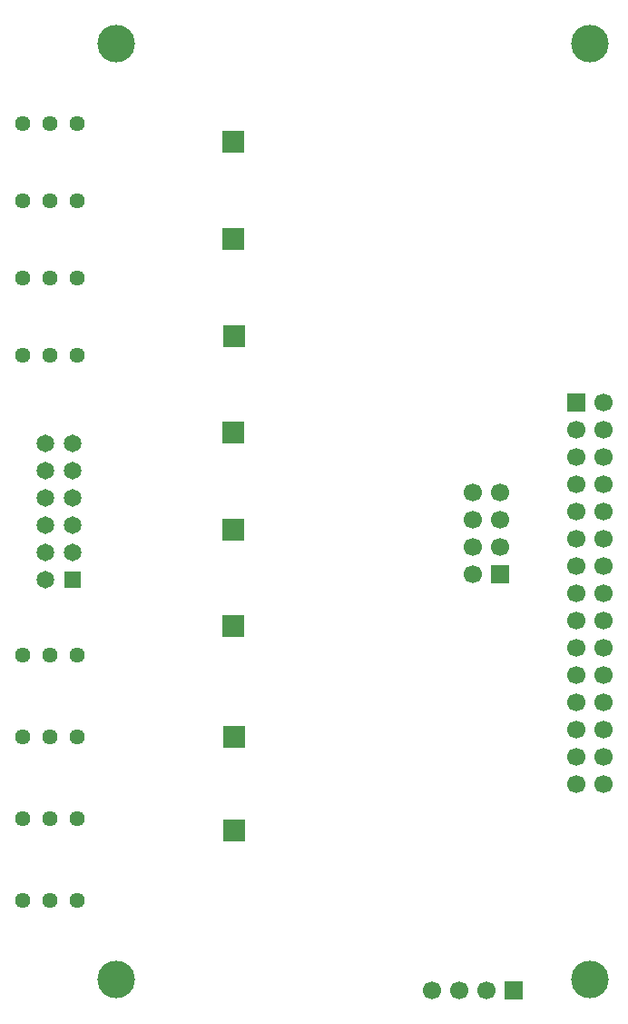
<source format=gbr>
%TF.GenerationSoftware,KiCad,Pcbnew,9.0.2*%
%TF.CreationDate,2025-07-04T16:32:19+10:00*%
%TF.ProjectId,v9_equip_analog_IDC,76395f65-7175-4697-905f-616e616c6f67,rev?*%
%TF.SameCoordinates,Original*%
%TF.FileFunction,Soldermask,Bot*%
%TF.FilePolarity,Negative*%
%FSLAX46Y46*%
G04 Gerber Fmt 4.6, Leading zero omitted, Abs format (unit mm)*
G04 Created by KiCad (PCBNEW 9.0.2) date 2025-07-04 16:32:19*
%MOMM*%
%LPD*%
G01*
G04 APERTURE LIST*
%ADD10R,2.000000X2.000000*%
%ADD11C,3.500000*%
%ADD12R,1.650000X1.650000*%
%ADD13C,1.650000*%
%ADD14C,1.440000*%
%ADD15R,1.700000X1.700000*%
%ADD16C,1.700000*%
G04 APERTURE END LIST*
D10*
%TO.C,TP5*%
X22987000Y-49276000D03*
%TD*%
D11*
%TO.C,H4*%
X56184800Y-91262200D03*
%TD*%
D10*
%TO.C,TP7*%
X23012400Y-68580000D03*
%TD*%
D12*
%TO.C,J1*%
X7975600Y-53975000D03*
D13*
X5435600Y-53975000D03*
X7975600Y-51435000D03*
X5435600Y-51435000D03*
X7975600Y-48895000D03*
X5435600Y-48895000D03*
X7975600Y-46355000D03*
X5435600Y-46355000D03*
X7975600Y-43815000D03*
X5435600Y-43815000D03*
X7975600Y-41275000D03*
X5435600Y-41275000D03*
%TD*%
D14*
%TO.C,RV8*%
X8382000Y-83820000D03*
X5842000Y-83820000D03*
X3302000Y-83820000D03*
%TD*%
%TO.C,RV5*%
X8382000Y-18626667D03*
X5842000Y-18626667D03*
X3302000Y-18626667D03*
%TD*%
D10*
%TO.C,TP8*%
X23012400Y-77368400D03*
%TD*%
D15*
%TO.C,J3*%
X54991000Y-37439600D03*
D16*
X57531000Y-37439600D03*
X54991000Y-39979600D03*
X57531000Y-39979600D03*
X54991000Y-42519600D03*
X57531000Y-42519600D03*
X54991000Y-45059600D03*
X57531000Y-45059600D03*
X54991000Y-47599600D03*
X57531000Y-47599600D03*
X54991000Y-50139600D03*
X57531000Y-50139600D03*
X54991000Y-52679600D03*
X57531000Y-52679600D03*
X54991000Y-55219600D03*
X57531000Y-55219600D03*
X54991000Y-57759600D03*
X57531000Y-57759600D03*
X54991000Y-60299600D03*
X57531000Y-60299600D03*
X54991000Y-62839600D03*
X57531000Y-62839600D03*
X54991000Y-65379600D03*
X57531000Y-65379600D03*
X54991000Y-67919600D03*
X57531000Y-67919600D03*
X54991000Y-70459600D03*
X57531000Y-70459600D03*
X54991000Y-72999600D03*
X57531000Y-72999600D03*
%TD*%
D14*
%TO.C,RV7*%
X8382000Y-68580000D03*
X5842000Y-68580000D03*
X3302000Y-68580000D03*
%TD*%
D10*
%TO.C,TP2*%
X22987000Y-22225000D03*
%TD*%
%TO.C,TP6*%
X22987000Y-58293000D03*
%TD*%
%TO.C,TP3*%
X23012400Y-31267400D03*
%TD*%
D14*
%TO.C,RV3*%
X8382000Y-25823333D03*
X5842000Y-25823333D03*
X3302000Y-25823333D03*
%TD*%
D15*
%TO.C,J2*%
X47802800Y-53441600D03*
D16*
X45262800Y-53441600D03*
X47802800Y-50901600D03*
X45262800Y-50901600D03*
X47802800Y-48361600D03*
X45262800Y-48361600D03*
X47802800Y-45821600D03*
X45262800Y-45821600D03*
%TD*%
D11*
%TO.C,H2*%
X56235600Y-3982200D03*
%TD*%
D10*
%TO.C,TP1*%
X22987000Y-13131800D03*
%TD*%
D14*
%TO.C,RV4*%
X8382000Y-60960000D03*
X5842000Y-60960000D03*
X3302000Y-60960000D03*
%TD*%
%TO.C,RV2*%
X8382000Y-76200000D03*
X5842000Y-76200000D03*
X3302000Y-76200000D03*
%TD*%
D11*
%TO.C,H1*%
X12000000Y-3982200D03*
%TD*%
%TO.C,H3*%
X12000000Y-91262200D03*
%TD*%
D14*
%TO.C,RV6*%
X8382000Y-33020000D03*
X5842000Y-33020000D03*
X3302000Y-33020000D03*
%TD*%
D15*
%TO.C,CON1*%
X49123600Y-92252800D03*
D16*
X46583600Y-92252800D03*
X44043600Y-92252800D03*
X41503600Y-92252800D03*
%TD*%
D14*
%TO.C,RV1*%
X8382000Y-11430000D03*
X5842000Y-11430000D03*
X3302000Y-11430000D03*
%TD*%
D10*
%TO.C,TP4*%
X22987000Y-40259000D03*
%TD*%
M02*

</source>
